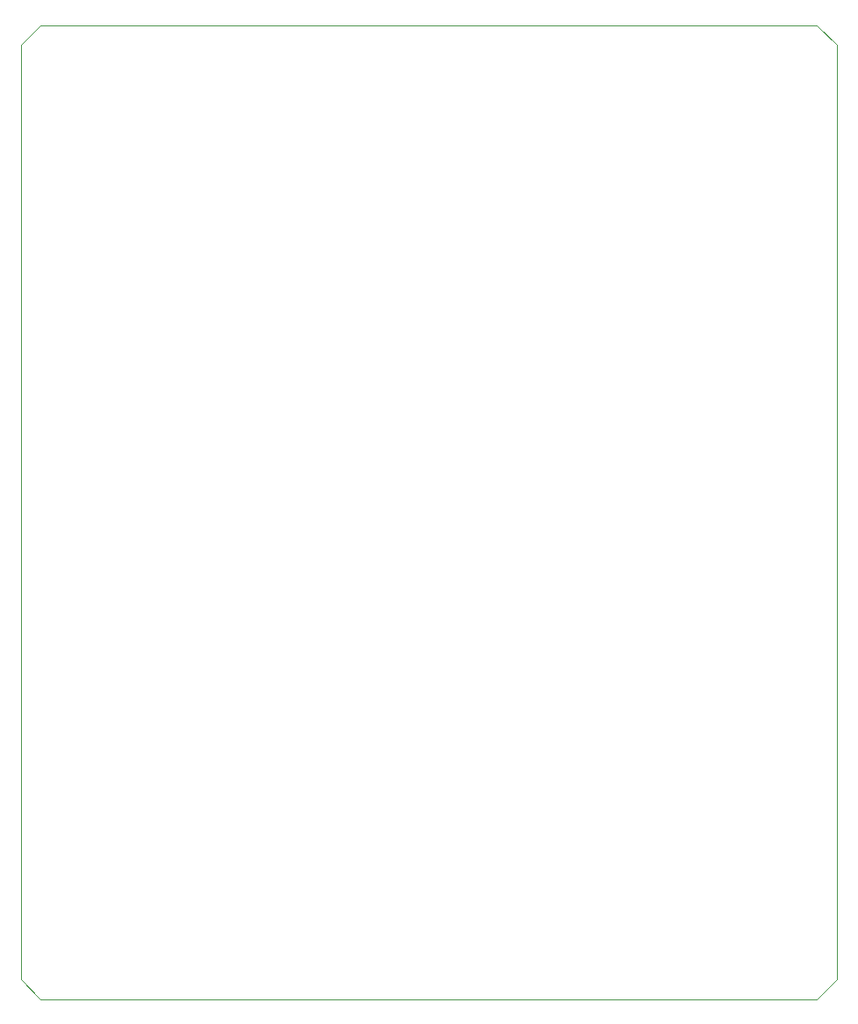
<source format=gbr>
G04 #@! TF.GenerationSoftware,KiCad,Pcbnew,(5.1.2-1)-1*
G04 #@! TF.CreationDate,2019-08-26T15:35:48+02:00*
G04 #@! TF.ProjectId,brett,62726574-742e-46b6-9963-61645f706362,A*
G04 #@! TF.SameCoordinates,Original*
G04 #@! TF.FileFunction,Profile,NP*
%FSLAX46Y46*%
G04 Gerber Fmt 4.6, Leading zero omitted, Abs format (unit mm)*
G04 Created by KiCad (PCBNEW (5.1.2-1)-1) date 2019-08-26 15:35:48*
%MOMM*%
%LPD*%
G04 APERTURE LIST*
%ADD10C,0.100000*%
G04 APERTURE END LIST*
D10*
X48260000Y-142240000D02*
X49530000Y-142240000D01*
X46355000Y-140335000D02*
X48260000Y-142240000D01*
X46355000Y-50165000D02*
X46355000Y-140335000D01*
X48260000Y-48260000D02*
X46355000Y-50165000D01*
X48895000Y-48260000D02*
X48260000Y-48260000D01*
X123190000Y-48260000D02*
X48895000Y-48260000D01*
X125095000Y-50165000D02*
X123190000Y-48260000D01*
X125095000Y-140335000D02*
X125095000Y-50165000D01*
X123190000Y-142240000D02*
X125095000Y-140335000D01*
X49530000Y-142240000D02*
X123190000Y-142240000D01*
M02*

</source>
